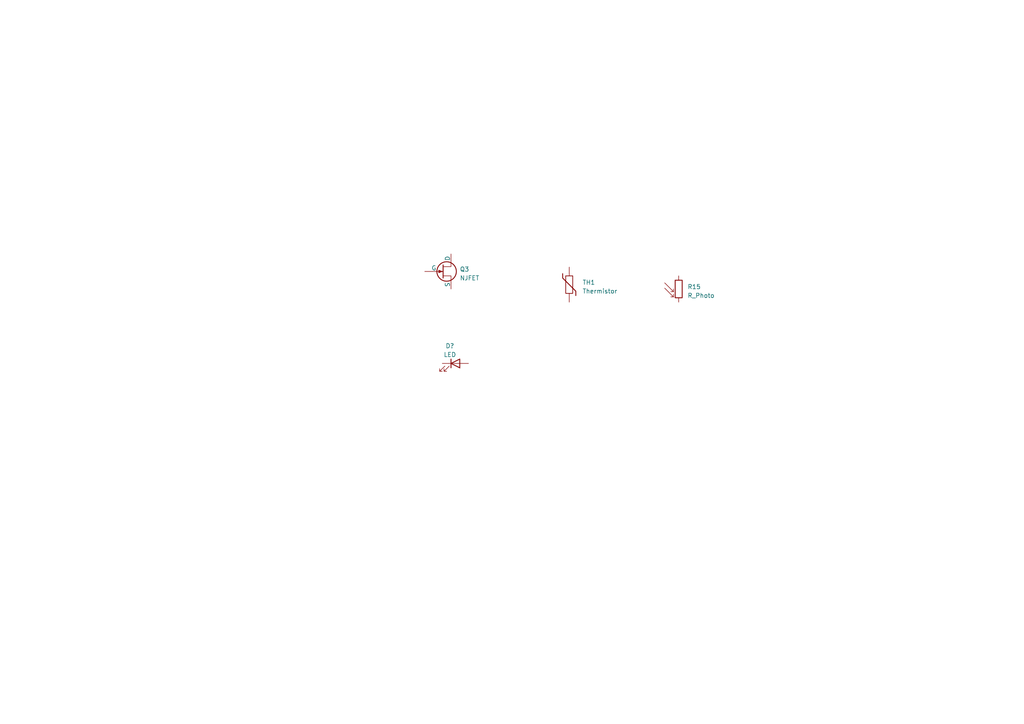
<source format=kicad_sch>
(kicad_sch (version 20230121) (generator eeschema)
  (paper "A4")
  (lib_symbols
    (symbol "Device:LED" (pin_numbers hide) (pin_names (offset 1.016) hide)
      (property "Reference" "D" (at 0 2.54 0))
      (property "Value" "LED" (at 0 -2.54 0))
      (symbol "LED_0_1"
        (polyline (pts (xy -1.27 -1.27) (xy -1.27 1.27)) (stroke (width 0.254)))
        (polyline (pts (xy -1.27 0) (xy 1.27 0)))
        (polyline (pts (xy 1.27 -1.27) (xy 1.27 1.27) (xy -1.27 0) (xy 1.27 -1.27)) (stroke (width 0.254)))
        (polyline (pts (xy -3.048 -0.762) (xy -4.572 -2.286) (xy -3.81 -2.286) (xy -4.572 -2.286) (xy -4.572 -1.524)))
        (polyline (pts (xy -1.778 -0.762) (xy -3.302 -2.286) (xy -2.54 -2.286) (xy -3.302 -2.286) (xy -3.302 -1.524)))
      )
      (symbol "LED_1_1"
        (pin passive line (at -3.81 0 0) (length 2.54) (name "K") (number "1"))
        (pin passive line (at 3.81 0 180) (length 2.54) (name "A") (number "2"))
      )
    )
    (symbol "Device:R_Photo" (pin_numbers hide) (pin_names (offset 0))
      (property "Reference" "R" (at 1.27 1.27 0))
      (property "Value" "R_Photo" (at 1.27 0 0))
      (symbol "R_Photo_0_1"
        (rectangle (start -1.016 2.54) (end 1.016 -2.54) (stroke (width 0.254)))
        (polyline (pts (xy -1.524 -2.286) (xy -4.064 0.254)))
        (polyline (pts (xy -1.524 -2.286) (xy -2.286 -2.286)))
        (polyline (pts (xy -1.524 -2.286) (xy -1.524 -1.524)))
        (polyline (pts (xy -1.524 -0.762) (xy -4.064 1.778)))
        (polyline (pts (xy -1.524 -0.762) (xy -2.286 -0.762)))
        (polyline (pts (xy -1.524 -0.762) (xy -1.524 0)))
      )
      (symbol "R_Photo_1_1"
        (pin passive line (at 0 3.81 270) (length 1.27) (name "~") (number "1"))
        (pin passive line (at 0 -3.81 90) (length 1.27) (name "~") (number "2"))
      )
    )
    (symbol "Device:Thermistor" (pin_numbers hide) (pin_names (offset 0))
      (property "Reference" "TH" (at 2.54 1.27 90))
      (property "Value" "Thermistor" (at -2.54 0 90))
      (symbol "Thermistor_0_1"
        (rectangle (start -1.016 2.54) (end 1.016 -2.54) (stroke (width 0.2032)))
        (polyline (pts (xy -1.905 3.175) (xy -1.905 1.905) (xy 1.905 -1.905) (xy 1.905 -3.175) (xy 1.905 -3.175)) (stroke (width 0.254)))
      )
      (symbol "Thermistor_1_1"
        (pin passive line (at 0 5.08 270) (length 2.54) (name "~") (number "1"))
        (pin passive line (at 0 -5.08 90) (length 2.54) (name "~") (number "2"))
      )
    )
    (symbol "Simulation_SPICE:NJFET" (pin_numbers hide) (pin_names (offset 0))
      (property "Reference" "Q" (at 5.08 1.27 0))
      (property "Value" "NJFET" (at 5.08 -1.27 0))
      (symbol "NJFET_0_1"
        (polyline (pts (xy 0.254 1.905) (xy 0.254 -1.905) (xy 0.254 -1.905)) (stroke (width 0.254)))
        (polyline (pts (xy 2.54 -2.54) (xy 2.54 -1.27) (xy 0.254 -1.27)))
        (polyline (pts (xy 2.54 2.54) (xy 2.54 1.397) (xy 0.254 1.397)))
        (polyline (pts (xy 0 0) (xy -1.016 0.381) (xy -1.016 -0.381) (xy 0 0)) (fill (type outline)))
        (circle (center 1.27 0) (radius 2.8194) (stroke (width 0.254)))
      )
      (symbol "NJFET_1_1"
        (pin passive line (at 2.54 5.08 270) (length 2.54) (name "D") (number "1"))
        (pin input line (at -5.08 0 0) (length 5.334) (name "G") (number "2"))
        (pin passive line (at 2.54 -5.08 90) (length 2.54) (name "S") (number "3"))
      )
    )
  )
  (symbol (lib_id "Device:Thermistor") (at 165.1 82.55 0) (unit 1)
    (property "Reference" "TH1" (at 168.91 81.915 0) (effects (justify left)))
    (property "Value" "Thermistor" (at 168.91 84.455 0) (effects (justify left)))
    (property "Footprint" "Package_TO_SOT_THT:TO-92_Inline_W4.0mm_Horizontal_FlatSideUp" (effects hide))
  )
  (symbol (lib_id "Simulation_SPICE:NJFET") (at 128.27 78.74 0) (unit 1)
    (property "Reference" "Q3" (at 133.35 78.105 0) (effects (justify left)))
    (property "Value" "NJFET" (at 133.35 80.645 0) (effects (justify left)))
    (property "Footprint" "Package_TO_SOT_SMD:TO-252-3_TabPin2" (effects hide))
    (property "Sim.Device" "NJFET" (effects hide))
    (property "Sim.Type" "SHICHMANHODGES" (effects hide))
    (property "Sim.Pins" "1=D 2=G 3=S" (effects hide))
  )
  (symbol (lib_id "Device:LED") (at 132.08 105.41 0) (unit 1)
    (property "Reference" "D?" (at 130.4925 100.33 0))
    (property "Value" "LED" (at 130.4925 102.87 0))
    (property "Footprint" "LED_THT:LED_D5.0mm" (effects hide))
    (instances (project "PRODIGY-MOTHERBOARD" (path "" (reference "D?") (unit 1)) (path "" (reference "D21") (unit 1))))
  )
  (symbol (lib_id "Device:R_Photo") (at 196.85 83.82 0) (unit 1)
    (property "Reference" "R15" (at 199.39 83.185 0) (effects (justify left)))
    (property "Value" "R_Photo" (at 199.39 85.725 0) (effects (justify left)))
    (property "Footprint" "OptoDevice:R_LDR_5.1x4.3mm_P3.4mm_Vertical" (effects hide))
  )
)
</source>
